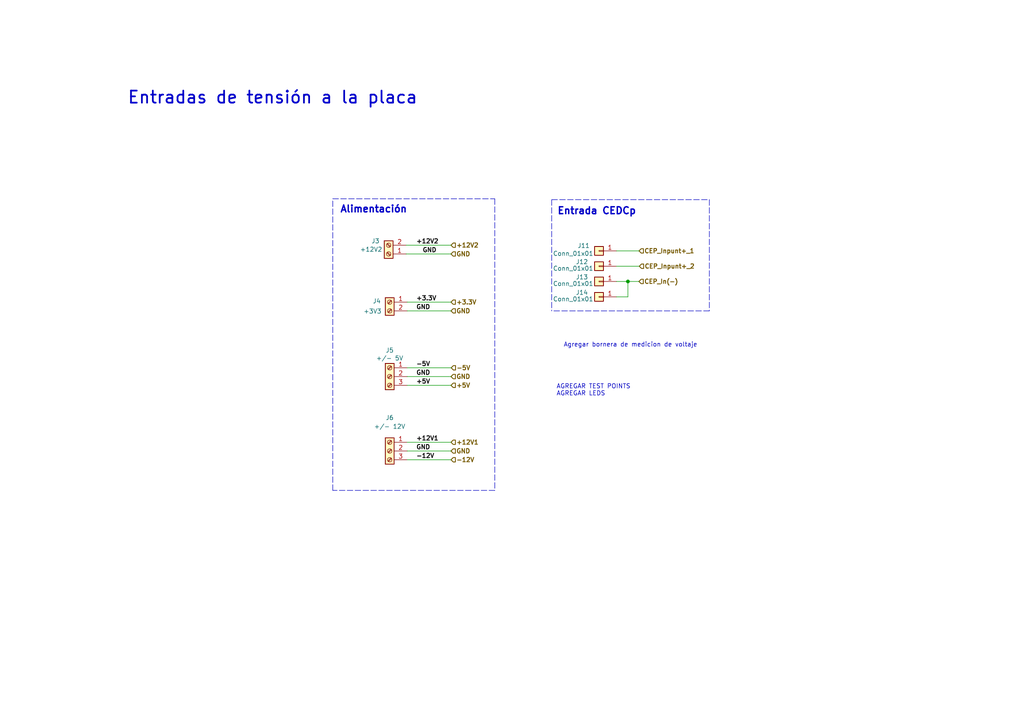
<source format=kicad_sch>
(kicad_sch (version 20211123) (generator eeschema)
  (paper "A4")
  (lib_symbols
    (symbol "Connector:Screw_Terminal_01x02" (pin_names (offset 1.016) hide)
      (property "Reference" "J4" (at 1.27 5.588 0))
      (property "Value" "+3V3" (at 2.032 3.048 0))
      (symbol "Screw_Terminal_01x02_1_1"
        (rectangle (start -1.27 1.27) (end 1.27 -3.81) (stroke (width 0.254)) (fill (type background)))
        (circle (center 0 -2.54) (radius 0.635) (stroke (width 0.1524)))
        (polyline (pts (xy -0.5334 -2.2098) (xy 0.3302 -3.048)) (stroke (width 0.1524)))
        (polyline (pts (xy -0.5334 0.3302) (xy 0.3302 -0.508)) (stroke (width 0.1524)))
        (polyline (pts (xy -0.3556 -2.032) (xy 0.508 -2.8702)) (stroke (width 0.1524)))
        (polyline (pts (xy -0.3556 0.508) (xy 0.508 -0.3302)) (stroke (width 0.1524)))
        (circle (center 0 0) (radius 0.635) (stroke (width 0.1524)))
        (pin power_out line (at -5.08 0 0) (length 3.81) (name "Pin_1") (number "1"))
        (pin passive line (at -5.08 -2.54 0) (length 3.81) (name "Pin_2") (number "2"))
      )
    )
    (symbol "Connector:Screw_Terminal_01x03" (pin_names (offset 1.016) hide)
      (property "Reference" "J6" (at 0 9.652 0))
      (property "Value" "+/- 12V" (at 0 7.112 0))
      (symbol "Screw_Terminal_01x03_1_1"
        (rectangle (start -1.27 3.81) (end 1.27 -3.81) (stroke (width 0.254)) (fill (type background)))
        (circle (center 0 -2.54) (radius 0.635) (stroke (width 0.1524)))
        (polyline (pts (xy -0.5334 -2.2098) (xy 0.3302 -3.048)) (stroke (width 0.1524)))
        (polyline (pts (xy -0.5334 0.3302) (xy 0.3302 -0.508)) (stroke (width 0.1524)))
        (polyline (pts (xy -0.5334 2.8702) (xy 0.3302 2.032)) (stroke (width 0.1524)))
        (polyline (pts (xy -0.3556 -2.032) (xy 0.508 -2.8702)) (stroke (width 0.1524)))
        (polyline (pts (xy -0.3556 0.508) (xy 0.508 -0.3302)) (stroke (width 0.1524)))
        (polyline (pts (xy -0.3556 3.048) (xy 0.508 2.2098)) (stroke (width 0.1524)))
        (circle (center 0 0) (radius 0.635) (stroke (width 0.1524)))
        (circle (center 0 2.54) (radius 0.635) (stroke (width 0.1524)))
        (pin power_out line (at -5.08 2.54 0) (length 3.81) (name "Pin_1") (number "1"))
        (pin power_out line (at -5.08 0 0) (length 3.81) (name "Pin_2") (number "2"))
        (pin power_out line (at -5.08 -2.54 0) (length 3.81) (name "Pin_3") (number "3"))
      )
    )
    (symbol "Connector_Generic:Conn_01x01" (pin_names (offset 1.016) hide)
      (property "Reference" "J" (at 0 2.54 0))
      (property "Value" "Conn_01x01" (at 0 -2.54 0))
      (symbol "Conn_01x01_1_1"
        (rectangle (start -1.27 0.127) (end 0 -0.127) (stroke (width 0.1524)))
        (rectangle (start -1.27 1.27) (end 1.27 -1.27) (stroke (width 0.254)) (fill (type background)))
        (pin passive line (at -5.08 0 0) (length 3.81) (name "Pin_1") (number "1"))
      )
    )
    (symbol "Screw_Terminal_01x02_1" (pin_names (offset 1.016) hide)
      (property "Reference" "J3" (at 0 8.89 0))
      (property "Value" "+12V2" (at 0 6.35 0))
      (symbol "Screw_Terminal_01x02_1_1_1"
        (rectangle (start -1.27 1.27) (end 1.27 -3.81) (stroke (width 0.254)) (fill (type background)))
        (circle (center 0 -2.54) (radius 0.635) (stroke (width 0.1524)))
        (polyline (pts (xy -0.5334 -2.2098) (xy 0.3302 -3.048)) (stroke (width 0.1524)))
        (polyline (pts (xy -0.5334 0.3302) (xy 0.3302 -0.508)) (stroke (width 0.1524)))
        (polyline (pts (xy -0.3556 -2.032) (xy 0.508 -2.8702)) (stroke (width 0.1524)))
        (polyline (pts (xy -0.3556 0.508) (xy 0.508 -0.3302)) (stroke (width 0.1524)))
        (circle (center 0 0) (radius 0.635) (stroke (width 0.1524)))
        (pin passive line (at -5.08 0 0) (length 3.81) (name "Pin_1") (number "1"))
        (pin passive line (at -5.08 -2.54 0) (length 3.81) (name "Pin_2") (number "2"))
      )
    )
    (symbol "Screw_Terminal_01x03_1" (pin_names (offset 1.016) hide)
      (property "Reference" "J5" (at 0 7.62 0))
      (property "Value" "Screw_Terminal_01x03_1" (at 0 5.334 0))
      (symbol "Screw_Terminal_01x03_1_1_1"
        (rectangle (start -1.27 3.81) (end 1.27 -3.81) (stroke (width 0.254)) (fill (type background)))
        (circle (center 0 -2.54) (radius 0.635) (stroke (width 0.1524)))
        (polyline (pts (xy -0.5334 -2.2098) (xy 0.3302 -3.048)) (stroke (width 0.1524)))
        (polyline (pts (xy -0.5334 0.3302) (xy 0.3302 -0.508)) (stroke (width 0.1524)))
        (polyline (pts (xy -0.5334 2.8702) (xy 0.3302 2.032)) (stroke (width 0.1524)))
        (polyline (pts (xy -0.3556 -2.032) (xy 0.508 -2.8702)) (stroke (width 0.1524)))
        (polyline (pts (xy -0.3556 0.508) (xy 0.508 -0.3302)) (stroke (width 0.1524)))
        (polyline (pts (xy -0.3556 3.048) (xy 0.508 2.2098)) (stroke (width 0.1524)))
        (circle (center 0 0) (radius 0.635) (stroke (width 0.1524)))
        (circle (center 0 2.54) (radius 0.635) (stroke (width 0.1524)))
        (pin power_out line (at -5.08 2.54 0) (length 3.81) (name "Pin_1") (number "1"))
        (pin passive line (at -5.08 0 0) (length 3.81) (name "Pin_2") (number "2"))
        (pin power_out line (at -5.08 -2.54 0) (length 3.81) (name "Pin_3") (number "3"))
      )
    )
  )
  (junction (at 182.118 81.6356))
  (wire (pts (xy 182.118 81.6356) (xy 185.3184 81.6356)))
  (polyline (pts (xy 96.52 142.24) (xy 96.52 57.658)))
  (wire (pts (xy 178.816 72.771) (xy 185.3438 72.771)))
  (polyline (pts (xy 205.74 57.912) (xy 205.74 90.17)))
  (wire (pts (xy 117.8052 73.66) (xy 130.81 73.66)))
  (polyline (pts (xy 143.51 57.658) (xy 143.51 142.24)))
  (polyline (pts (xy 205.74 90.17) (xy 160.02 90.17)))
  (polyline (pts (xy 96.52 57.658) (xy 143.51 57.658)))
  (polyline (pts (xy 160.02 57.912) (xy 205.74 57.912)))
  (wire (pts (xy 118.11 106.68) (xy 130.8608 106.68)))
  (wire (pts (xy 118.11 133.35) (xy 130.81 133.35)))
  (wire (pts (xy 118.11 128.27) (xy 130.81 128.27)))
  (wire (pts (xy 182.118 86.106) (xy 182.118 81.6356)))
  (wire (pts (xy 178.816 86.106) (xy 182.118 86.106)))
  (polyline (pts (xy 143.51 142.24) (xy 96.52 142.24)))
  (wire (pts (xy 178.816 81.6356) (xy 182.118 81.6356)))
  (wire (pts (xy 118.11 109.22) (xy 130.81 109.22)))
  (wire (pts (xy 117.8052 71.12) (xy 130.81 71.12)))
  (wire (pts (xy 178.816 77.216) (xy 185.42 77.216)))
  (polyline (pts (xy 160.02 57.912) (xy 160.02 90.17)))
  (wire (pts (xy 118.11 87.63) (xy 130.81 87.63)))
  (wire (pts (xy 118.11 90.17) (xy 130.81 90.17)))
  (wire (pts (xy 118.11 130.81) (xy 130.81 130.81)))
  (wire (pts (xy 118.11 111.76) (xy 130.81 111.76)))
  (text "Agregar bornera de medicion de voltaje" (at 163.449 100.838 0) (effects (font (size 1.27 1.27)) (justify left bottom)))
  (text "Alimentación" (at 98.552 61.976 0) (effects (font (size 2 2) bold) (justify left bottom)))
  (text "Entradas de tensión a la placa" (at 36.83 30.48 0) (effects (font (size 3.5 3.5) (thickness 0.5) bold) (justify left bottom)))
  (text "Entrada CEDCp\n" (at 161.544 62.484 0) (effects (font (size 2 2) bold) (justify left bottom)))
  (text "AGREGAR TEST POINTS\nAGREGAR LEDS " (at 161.3662 114.9858 0) (effects (font (size 1.27 1.27)) (justify left bottom)))
  (label "+12V1" (at 120.65 128.27 0) (effects (font (thickness 0.254) bold)))
  (label "+12V2" (at 120.65 71.12 0) (effects (font (thickness 0.254) bold)))
  (label "-12V" (at 120.65 133.35 0) (effects (font (thickness 0.254) bold)))
  (label "GND" (at 120.65 130.81 0) (effects (font (thickness 0.254) bold)))
  (label "-5V" (at 120.65 106.68 0) (effects (font (thickness 0.254) bold)))
  (label "GND" (at 120.65 90.17 0) (effects (font (thickness 0.254) bold)))
  (label "GND" (at 122.4788 73.66 0) (effects (font (thickness 0.254) bold)))
  (label "+3.3V" (at 120.65 87.63 0) (effects (font (thickness 0.254) bold)))
  (label "+5V" (at 120.65 111.76 0) (effects (font (thickness 0.254) bold)))
  (label "GND" (at 120.65 109.22 0) (effects (font (thickness 0.254) bold)))
  (hierarchical_label "-12V" (shape input) (at 130.81 133.35 0) (effects (font (thickness 0.254) bold)))
  (hierarchical_label "+12V1" (shape input) (at 130.81 128.27 0) (effects (font (thickness 0.254) bold)))
  (hierarchical_label "+3.3V" (shape input) (at 130.81 87.63 0) (effects (font (thickness 0.254) bold)))
  (hierarchical_label "-5V" (shape input) (at 130.8608 106.68 0) (effects (font (thickness 0.254) bold)))
  (hierarchical_label "GND" (shape input) (at 130.81 109.22 0) (effects (font (thickness 0.254) bold)))
  (hierarchical_label "CEP_Inpunt+_2" (shape input) (at 185.42 77.216 0) (effects (font (thickness 0.254) bold)))
  (hierarchical_label "CEP_In(-)" (shape input) (at 185.3184 81.6356 0) (effects (font (thickness 0.254) bold)))
  (hierarchical_label "+5V" (shape input) (at 130.81 111.76 0) (effects (font (thickness 0.254) bold)))
  (hierarchical_label "GND" (shape input) (at 130.81 90.17 0) (effects (font (thickness 0.254) bold)))
  (hierarchical_label "CEP_Inpunt+_1" (shape input) (at 185.3438 72.771 0) (effects (font (thickness 0.254) bold)))
  (hierarchical_label "+12V2" (shape input) (at 130.81 71.12 0) (effects (font (thickness 0.254) bold)))
  (hierarchical_label "GND" (shape input) (at 130.81 73.66 0) (effects (font (thickness 0.254) bold)))
  (hierarchical_label "GND" (shape input) (at 130.81 130.81 0) (effects (font (thickness 0.254) bold)))
  (symbol (lib_id "Connector_Generic:Conn_01x01") (at 173.736 81.6356 180) (unit 1)
    (property "Reference" "J13" (at 168.783 80.3656 0))
    (property "Value" "Conn_01x01" (at 166.243 82.2706 0))
    (property "Footprint" "Connector_Wire:SolderWire-2sqmm_1x01_D2mm_OD3.9mm" (effects hide))
  )
  (symbol (lib_id "Connector:Screw_Terminal_01x02") (at 113.03 87.63 0) (mirror y) (unit 1)
    (property "Reference" "J4" (at 110.49 87.3252 0) (effects (justify left)))
    (property "Value" "+3V3" (at 110.6932 90.2716 0) (effects (justify left)))
    (property "Footprint" "CEDCp:Bornera_1x2" (effects hide))
  )
  (symbol (lib_id "Connector:Screw_Terminal_01x03") (at 113.03 130.81 0) (mirror y) (unit 1)
    (property "Reference" "J6" (at 113.03 121.158 0))
    (property "Value" "+/- 12V" (at 113.03 123.698 0))
    (property "Footprint" "CEDCp:Bornera_1x3" (effects hide))
  )
  (symbol (lib_id "Connector_Generic:Conn_01x01") (at 173.736 86.106 180) (unit 1)
    (property "Reference" "J14" (at 168.783 84.836 0))
    (property "Value" "Conn_01x01" (at 166.243 86.741 0))
    (property "Footprint" "Connector_Wire:SolderWire-0.5sqmm_1x01_D0.9mm_OD2.3mm" (effects hide))
  )
  (symbol (lib_name "Screw_Terminal_01x03_1") (lib_id "Connector:Screw_Terminal_01x03") (at 113.03 109.22 0) (mirror y) (unit 1)
    (property "Reference" "J5" (at 113.03 101.6 0))
    (property "Value" "+/- 5V" (at 113.03 103.886 0))
    (property "Footprint" "CEDCp:Bornera_1x3" (effects hide))
  )
  (symbol (lib_id "Connector_Generic:Conn_01x01") (at 173.736 72.771 180) (unit 1)
    (property "Reference" "J11" (at 169.291 71.247 0))
    (property "Value" "Conn_01x01" (at 166.243 73.533 0))
    (property "Footprint" "Connector_Wire:SolderWire-2sqmm_1x01_D2mm_OD3.9mm" (effects hide))
  )
  (symbol (lib_id "Connector_Generic:Conn_01x01") (at 173.736 77.216 180) (unit 1)
    (property "Reference" "J12" (at 168.783 75.946 0))
    (property "Value" "Conn_01x01" (at 166.243 77.851 0))
    (property "Footprint" "Connector_Wire:SolderWire-0.5sqmm_1x01_D0.9mm_OD2.3mm" (effects hide))
  )
  (symbol (lib_name "Screw_Terminal_01x02_1") (lib_id "Connector:Screw_Terminal_01x02") (at 112.7252 73.66 180) (unit 1)
    (property "Reference" "J3" (at 108.9152 69.9008 0))
    (property "Value" "+12V2" (at 107.6452 72.3392 0))
    (property "Footprint" "CEDCp:Bornera_1x2" (effects hide))
  )
)
</source>
